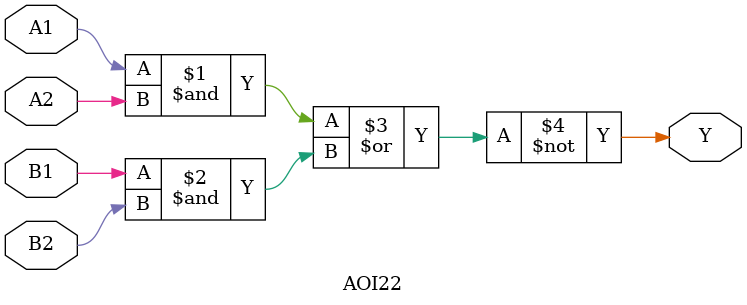
<source format=v>
module AOI22(
    output Y,
    input A1,
    input A2,
    input B1,
    input B2
);
    assign Y = ~((A1 & A2) | (B1 & B2));
endmodule
</source>
